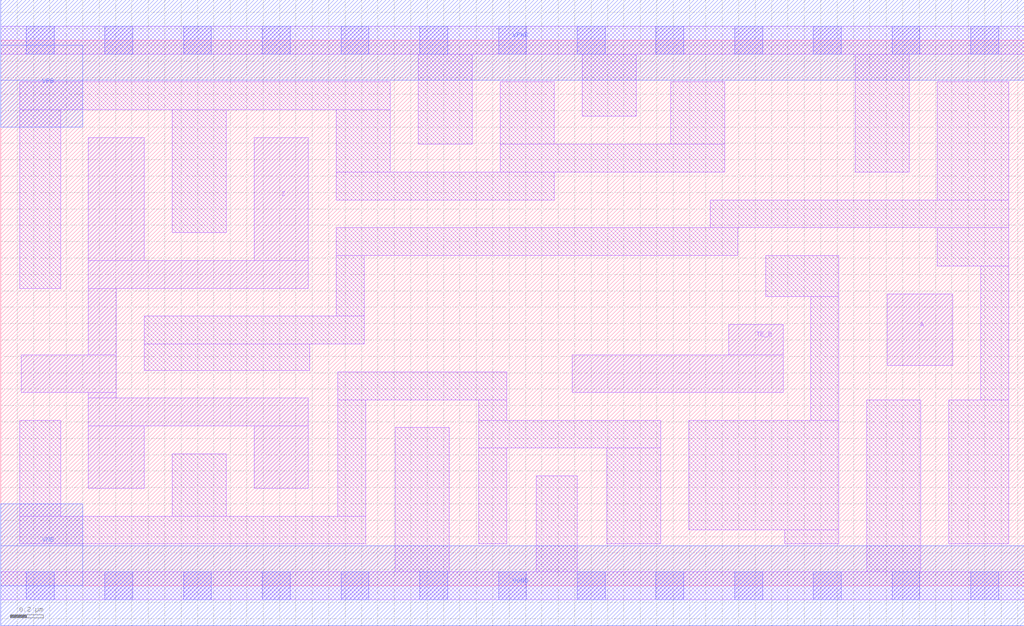
<source format=lef>
# Copyright 2020 The SkyWater PDK Authors
#
# Licensed under the Apache License, Version 2.0 (the "License");
# you may not use this file except in compliance with the License.
# You may obtain a copy of the License at
#
#     https://www.apache.org/licenses/LICENSE-2.0
#
# Unless required by applicable law or agreed to in writing, software
# distributed under the License is distributed on an "AS IS" BASIS,
# WITHOUT WARRANTIES OR CONDITIONS OF ANY KIND, either express or implied.
# See the License for the specific language governing permissions and
# limitations under the License.
#
# SPDX-License-Identifier: Apache-2.0

VERSION 5.5 ;
NAMESCASESENSITIVE ON ;
BUSBITCHARS "[]" ;
DIVIDERCHAR "/" ;
MACRO sky130_fd_sc_lp__ebufn_4
  CLASS CORE ;
  SOURCE USER ;
  ORIGIN  0.000000  0.000000 ;
  SIZE  6.240000 BY  3.330000 ;
  SYMMETRY X Y R90 ;
  SITE unit ;
  PIN A
    ANTENNAGATEAREA  0.315000 ;
    DIRECTION INPUT ;
    USE SIGNAL ;
    PORT
      LAYER li1 ;
        RECT 5.405000 1.345000 5.805000 1.780000 ;
    END
  END A
  PIN TE_B
    ANTENNAGATEAREA  1.071000 ;
    DIRECTION INPUT ;
    USE SIGNAL ;
    PORT
      LAYER li1 ;
        RECT 3.485000 1.180000 4.770000 1.410000 ;
        RECT 4.440000 1.410000 4.770000 1.595000 ;
    END
  END TE_B
  PIN Z
    ANTENNADIFFAREA  1.323000 ;
    DIRECTION OUTPUT ;
    USE SIGNAL ;
    PORT
      LAYER li1 ;
        RECT 0.125000 1.180000 0.705000 1.410000 ;
        RECT 0.535000 0.595000 0.875000 0.975000 ;
        RECT 0.535000 0.975000 1.875000 1.145000 ;
        RECT 0.535000 1.145000 0.705000 1.180000 ;
        RECT 0.535000 1.410000 0.705000 1.815000 ;
        RECT 0.535000 1.815000 1.875000 1.985000 ;
        RECT 0.535000 1.985000 0.875000 2.735000 ;
        RECT 1.545000 0.595000 1.875000 0.975000 ;
        RECT 1.545000 1.985000 1.875000 2.735000 ;
    END
  END Z
  PIN VGND
    DIRECTION INOUT ;
    USE GROUND ;
    PORT
      LAYER met1 ;
        RECT 0.000000 -0.245000 6.240000 0.245000 ;
    END
  END VGND
  PIN VNB
    DIRECTION INOUT ;
    USE GROUND ;
    PORT
      LAYER met1 ;
        RECT 0.000000 0.000000 0.500000 0.500000 ;
    END
  END VNB
  PIN VPB
    DIRECTION INOUT ;
    USE POWER ;
    PORT
      LAYER met1 ;
        RECT 0.000000 2.800000 0.500000 3.300000 ;
    END
  END VPB
  PIN VPWR
    DIRECTION INOUT ;
    USE POWER ;
    PORT
      LAYER met1 ;
        RECT 0.000000 3.085000 6.240000 3.575000 ;
    END
  END VPWR
  OBS
    LAYER li1 ;
      RECT 0.000000 -0.085000 6.240000 0.085000 ;
      RECT 0.000000  3.245000 6.240000 3.415000 ;
      RECT 0.115000  0.255000 2.225000 0.425000 ;
      RECT 0.115000  0.425000 0.365000 1.010000 ;
      RECT 0.115000  1.815000 0.365000 2.905000 ;
      RECT 0.115000  2.905000 2.375000 3.075000 ;
      RECT 0.875000  1.315000 1.885000 1.475000 ;
      RECT 0.875000  1.475000 2.215000 1.645000 ;
      RECT 1.045000  0.425000 1.375000 0.805000 ;
      RECT 1.045000  2.155000 1.375000 2.905000 ;
      RECT 2.045000  1.645000 2.215000 2.015000 ;
      RECT 2.045000  2.015000 4.495000 2.185000 ;
      RECT 2.045000  2.355000 3.375000 2.525000 ;
      RECT 2.045000  2.525000 2.375000 2.905000 ;
      RECT 2.055000  0.425000 2.225000 1.135000 ;
      RECT 2.055000  1.135000 3.085000 1.305000 ;
      RECT 2.405000  0.085000 2.735000 0.965000 ;
      RECT 2.545000  2.695000 2.875000 3.245000 ;
      RECT 2.915000  0.255000 3.085000 0.840000 ;
      RECT 2.915000  0.840000 4.025000 1.010000 ;
      RECT 2.915000  1.010000 3.085000 1.135000 ;
      RECT 3.045000  2.525000 4.415000 2.695000 ;
      RECT 3.045000  2.695000 3.375000 3.075000 ;
      RECT 3.265000  0.085000 3.515000 0.670000 ;
      RECT 3.545000  2.865000 3.875000 3.245000 ;
      RECT 3.695000  0.255000 4.025000 0.840000 ;
      RECT 4.085000  2.695000 4.415000 3.075000 ;
      RECT 4.195000  0.340000 5.110000 1.010000 ;
      RECT 4.325000  2.185000 6.145000 2.355000 ;
      RECT 4.665000  1.765000 5.110000 2.015000 ;
      RECT 4.780000  0.255000 5.110000 0.340000 ;
      RECT 4.940000  1.010000 5.110000 1.765000 ;
      RECT 5.210000  2.525000 5.540000 3.245000 ;
      RECT 5.280000  0.085000 5.610000 1.135000 ;
      RECT 5.710000  1.950000 6.145000 2.185000 ;
      RECT 5.710000  2.355000 6.145000 3.075000 ;
      RECT 5.780000  0.255000 6.145000 1.135000 ;
      RECT 5.975000  1.135000 6.145000 1.950000 ;
    LAYER mcon ;
      RECT 0.155000 -0.085000 0.325000 0.085000 ;
      RECT 0.155000  3.245000 0.325000 3.415000 ;
      RECT 0.635000 -0.085000 0.805000 0.085000 ;
      RECT 0.635000  3.245000 0.805000 3.415000 ;
      RECT 1.115000 -0.085000 1.285000 0.085000 ;
      RECT 1.115000  3.245000 1.285000 3.415000 ;
      RECT 1.595000 -0.085000 1.765000 0.085000 ;
      RECT 1.595000  3.245000 1.765000 3.415000 ;
      RECT 2.075000 -0.085000 2.245000 0.085000 ;
      RECT 2.075000  3.245000 2.245000 3.415000 ;
      RECT 2.555000 -0.085000 2.725000 0.085000 ;
      RECT 2.555000  3.245000 2.725000 3.415000 ;
      RECT 3.035000 -0.085000 3.205000 0.085000 ;
      RECT 3.035000  3.245000 3.205000 3.415000 ;
      RECT 3.515000 -0.085000 3.685000 0.085000 ;
      RECT 3.515000  3.245000 3.685000 3.415000 ;
      RECT 3.995000 -0.085000 4.165000 0.085000 ;
      RECT 3.995000  3.245000 4.165000 3.415000 ;
      RECT 4.475000 -0.085000 4.645000 0.085000 ;
      RECT 4.475000  3.245000 4.645000 3.415000 ;
      RECT 4.955000 -0.085000 5.125000 0.085000 ;
      RECT 4.955000  3.245000 5.125000 3.415000 ;
      RECT 5.435000 -0.085000 5.605000 0.085000 ;
      RECT 5.435000  3.245000 5.605000 3.415000 ;
      RECT 5.915000 -0.085000 6.085000 0.085000 ;
      RECT 5.915000  3.245000 6.085000 3.415000 ;
  END
END sky130_fd_sc_lp__ebufn_4
END LIBRARY

</source>
